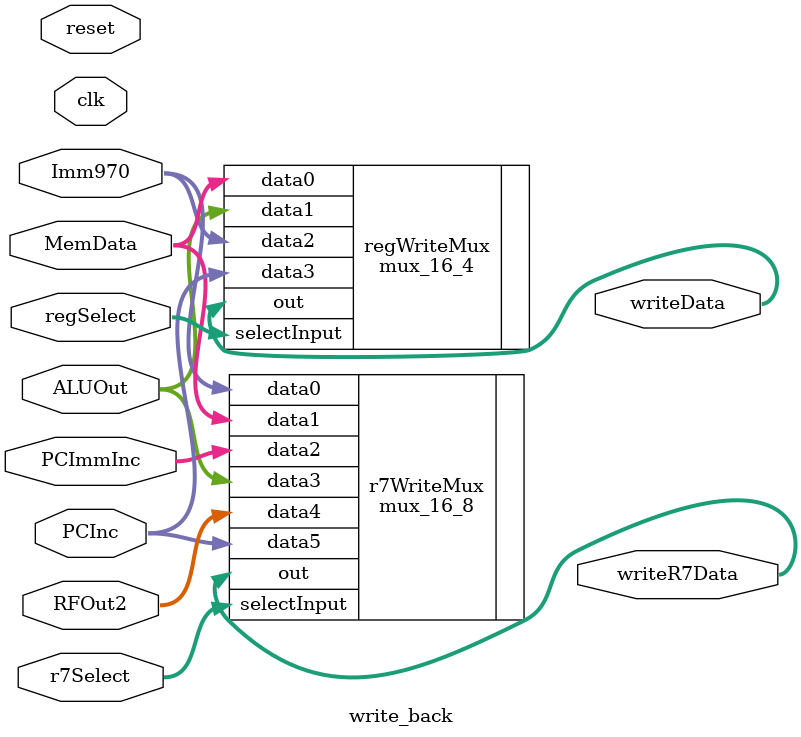
<source format=v>
module write_back(clk, reset, Imm970, MemData, PCImmInc, ALUOut, PCInc, regSelect, r7Select, writeData, writeR7Data, RFOut2);

	output [15:0] writeData, writeR7Data;
	input  [15:0] Imm970, MemData, PCImmInc, ALUOut, PCInc, RFOut2;
	input  [ 2:0] r7Select;
	input  [ 1:0] regSelect;
	input         clk, reset;

	mux_16_4 regWriteMux(.data0(MemData), .data1(ALUOut), .data2(Imm970), .data3(PCInc), .selectInput(regSelect), .out(writeData));
	mux_16_8 r7WriteMux(.data0(Imm970), .data1(MemData), .data2(PCImmInc), .data3(ALUOut), .data4(RFOut2), .data5(PCInc), .selectInput(r7Select), .out(writeR7Data));

endmodule
</source>
